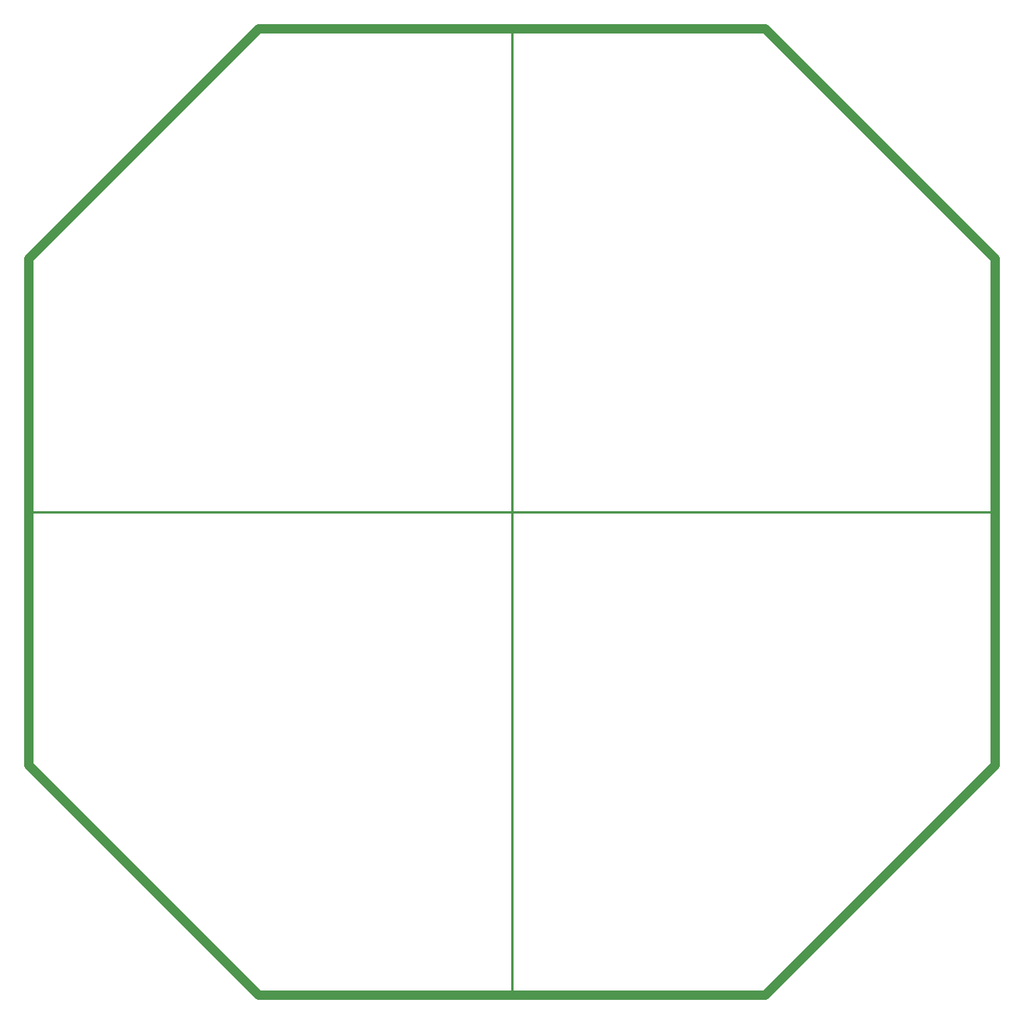
<source format=gm1>
G04*
G04 #@! TF.GenerationSoftware,Altium Limited,Altium Designer,23.8.1 (32)*
G04*
G04 Layer_Color=16711935*
%FSLAX44Y44*%
%MOMM*%
G71*
G04*
G04 #@! TF.SameCoordinates,0CA1B05D-E12B-4C76-85DA-CFDCD28D9C68*
G04*
G04*
G04 #@! TF.FilePolarity,Positive*
G04*
G01*
G75*
%ADD10C,0.2540*%
%ADD92C,1.0000*%
D10*
X0Y-525000D02*
Y525000D01*
X525000Y0D02*
X-525000D01*
D92*
X-275000Y-525000D02*
X275000D01*
X525000Y-275000D01*
Y275000D01*
X275000Y525000D01*
X-275000D01*
X-525000Y275000D01*
Y-275000D01*
X-275000Y-525000D01*
M02*

</source>
